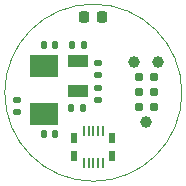
<source format=gbr>
%TF.GenerationSoftware,KiCad,Pcbnew,9.0.0*%
%TF.CreationDate,2025-03-13T16:47:56-04:00*%
%TF.ProjectId,IngestibleCapsule-Board_larger_vias,496e6765-7374-4696-926c-654361707375,rev?*%
%TF.SameCoordinates,Original*%
%TF.FileFunction,Soldermask,Bot*%
%TF.FilePolarity,Negative*%
%FSLAX46Y46*%
G04 Gerber Fmt 4.6, Leading zero omitted, Abs format (unit mm)*
G04 Created by KiCad (PCBNEW 9.0.0) date 2025-03-13 16:47:56*
%MOMM*%
%LPD*%
G01*
G04 APERTURE LIST*
G04 Aperture macros list*
%AMRoundRect*
0 Rectangle with rounded corners*
0 $1 Rounding radius*
0 $2 $3 $4 $5 $6 $7 $8 $9 X,Y pos of 4 corners*
0 Add a 4 corners polygon primitive as box body*
4,1,4,$2,$3,$4,$5,$6,$7,$8,$9,$2,$3,0*
0 Add four circle primitives for the rounded corners*
1,1,$1+$1,$2,$3*
1,1,$1+$1,$4,$5*
1,1,$1+$1,$6,$7*
1,1,$1+$1,$8,$9*
0 Add four rect primitives between the rounded corners*
20,1,$1+$1,$2,$3,$4,$5,0*
20,1,$1+$1,$4,$5,$6,$7,0*
20,1,$1+$1,$6,$7,$8,$9,0*
20,1,$1+$1,$8,$9,$2,$3,0*%
G04 Aperture macros list end*
%ADD10R,2.400000X1.900000*%
%ADD11R,0.220000X0.900000*%
%ADD12R,0.500000X0.850000*%
%ADD13C,0.990600*%
%ADD14C,0.787400*%
%ADD15RoundRect,0.135000X-0.185000X0.135000X-0.185000X-0.135000X0.185000X-0.135000X0.185000X0.135000X0*%
%ADD16RoundRect,0.140000X0.140000X0.170000X-0.140000X0.170000X-0.140000X-0.170000X0.140000X-0.170000X0*%
%ADD17RoundRect,0.225000X-0.225000X-0.250000X0.225000X-0.250000X0.225000X0.250000X-0.225000X0.250000X0*%
%ADD18RoundRect,0.140000X-0.140000X-0.170000X0.140000X-0.170000X0.140000X0.170000X-0.140000X0.170000X0*%
%ADD19RoundRect,0.147500X0.172500X-0.147500X0.172500X0.147500X-0.172500X0.147500X-0.172500X-0.147500X0*%
%ADD20R,1.800000X1.000000*%
%TA.AperFunction,Profile*%
%ADD21C,0.050000*%
%TD*%
G04 APERTURE END LIST*
D10*
%TO.C,Y1*%
X95800000Y-76800000D03*
X95800000Y-72700000D03*
%TD*%
D11*
%TO.C,J5*%
X100800001Y-78285001D03*
X100399999Y-78285001D03*
X100000000Y-78285001D03*
X99600001Y-78285001D03*
X99199999Y-78285001D03*
X100800001Y-80914999D03*
X100399999Y-80914999D03*
X100000000Y-80914999D03*
X99600001Y-80914999D03*
X99199999Y-80914999D03*
D12*
X101600000Y-80340000D03*
X98400003Y-80340000D03*
X101600000Y-78860000D03*
X98400003Y-78860000D03*
%TD*%
D13*
%TO.C,J1*%
X104465000Y-77510000D03*
X103449000Y-72430000D03*
X105481000Y-72430000D03*
D14*
X103830000Y-76240000D03*
X105100000Y-76240000D03*
X103830000Y-74970000D03*
X105100000Y-74970000D03*
X103830000Y-73700000D03*
X105100000Y-73700000D03*
%TD*%
D15*
%TO.C,R4*%
X100400000Y-74590000D03*
X100400000Y-75610000D03*
%TD*%
D16*
%TO.C,C2*%
X96760000Y-78500000D03*
X95800000Y-78500000D03*
%TD*%
D17*
%TO.C,C24*%
X99225000Y-68600000D03*
X100775000Y-68600000D03*
%TD*%
D18*
%TO.C,C4*%
X98140000Y-76300000D03*
X99100000Y-76300000D03*
%TD*%
D19*
%TO.C,D1*%
X100400000Y-73485000D03*
X100400000Y-72515000D03*
%TD*%
D15*
%TO.C,R1*%
X93500000Y-75590000D03*
X93500000Y-76610000D03*
%TD*%
D16*
%TO.C,C1*%
X96760000Y-71000000D03*
X95800000Y-71000000D03*
%TD*%
D18*
%TO.C,C3*%
X98220000Y-71000000D03*
X99180000Y-71000000D03*
%TD*%
D20*
%TO.C,Y2*%
X98671772Y-74850000D03*
X98671772Y-72350000D03*
%TD*%
D21*
X107500000Y-75000000D02*
G75*
G02*
X92500000Y-75000000I-7500000J0D01*
G01*
X92500000Y-75000000D02*
G75*
G02*
X107500000Y-75000000I7500000J0D01*
G01*
M02*

</source>
